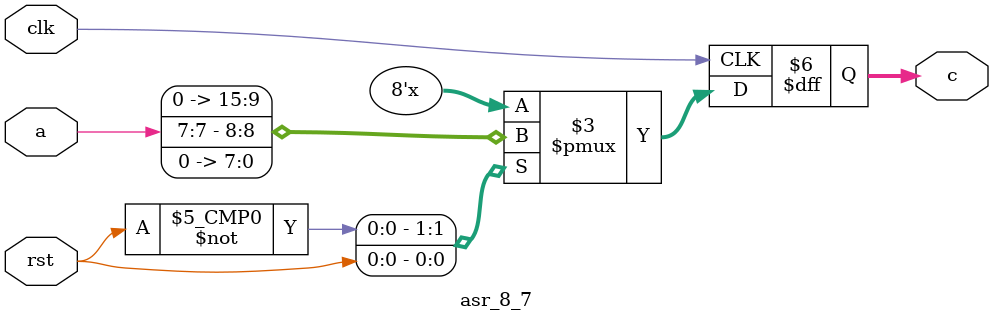
<source format=v>
module asr_8_7(
    a,
    c,
    clk,
    rst
);

input [7:0] a;
input clk, rst;
output [7:0] c;

always @ ( posedge clk )
begin
    case(rst)
        0: c = a >>> 7;
        1: c = 0;
    endcase
end

endmodule

</source>
